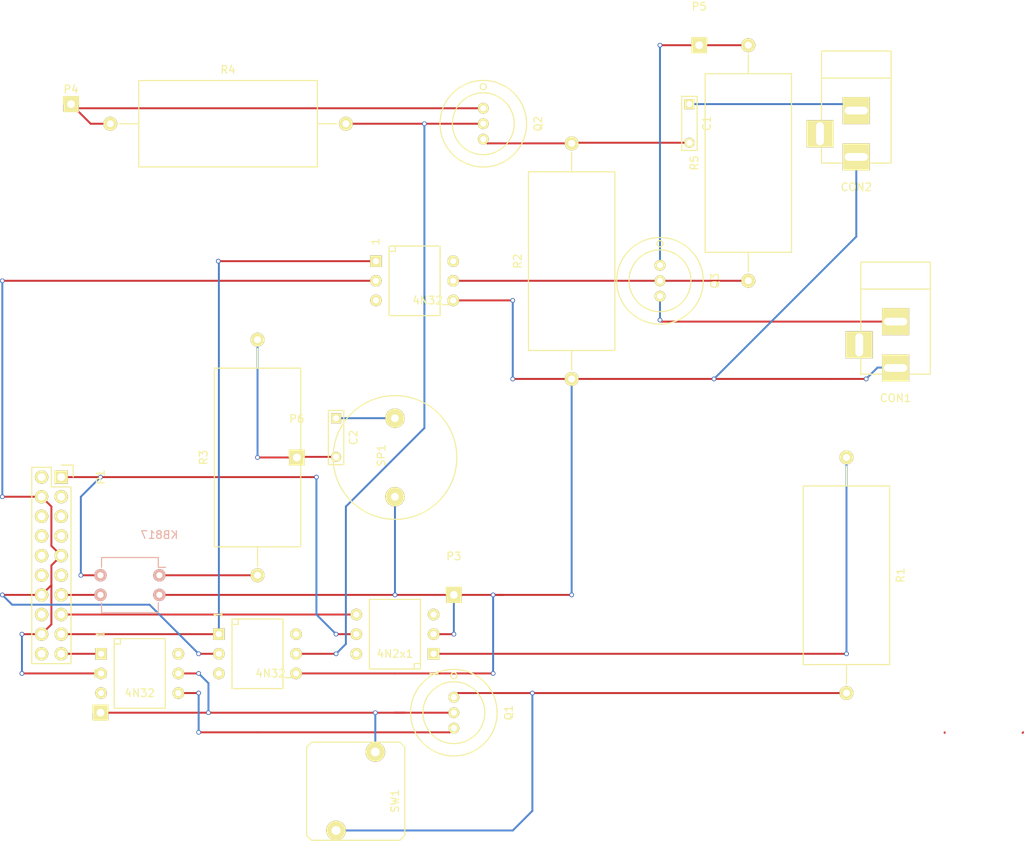
<source format=kicad_pcb>
(kicad_pcb (version 4) (host pcbnew 4.0.2+dfsg1-stable)

  (general
    (links 44)
    (no_connects 0)
    (area 0 0 0 0)
    (thickness 1.6)
    (drawings 0)
    (tracks 147)
    (zones 0)
    (modules 25)
    (nets 39)
  )

  (page A4)
  (layers
    (0 F.Cu signal)
    (31 B.Cu signal)
    (32 B.Adhes user hide)
    (33 F.Adhes user hide)
    (34 B.Paste user hide)
    (35 F.Paste user hide)
    (36 B.SilkS user)
    (37 F.SilkS user)
    (38 B.Mask user hide)
    (39 F.Mask user hide)
    (40 Dwgs.User user hide)
    (41 Cmts.User user hide)
    (42 Eco1.User user hide)
    (43 Eco2.User user hide)
    (44 Edge.Cuts user hide)
    (45 Margin user hide)
    (46 B.CrtYd user)
    (47 F.CrtYd user)
    (48 B.Fab user hide)
    (49 F.Fab user hide)
  )

  (setup
    (last_trace_width 0.25)
    (trace_clearance 0.2)
    (zone_clearance 0.508)
    (zone_45_only no)
    (trace_min 0.2)
    (segment_width 0.2)
    (edge_width 0.15)
    (via_size 0.6)
    (via_drill 0.4)
    (via_min_size 0.4)
    (via_min_drill 0.3)
    (uvia_size 0.3)
    (uvia_drill 0.1)
    (uvias_allowed no)
    (uvia_min_size 0.2)
    (uvia_min_drill 0.1)
    (pcb_text_width 0.3)
    (pcb_text_size 1.5 1.5)
    (mod_edge_width 0.15)
    (mod_text_size 1 1)
    (mod_text_width 0.15)
    (pad_size 1.524 1.524)
    (pad_drill 0.762)
    (pad_to_mask_clearance 0.2)
    (aux_axis_origin 0 0)
    (visible_elements FFFFFE6B)
    (pcbplotparams
      (layerselection 0x00030_80000001)
      (usegerberextensions false)
      (excludeedgelayer true)
      (linewidth 0.100000)
      (plotframeref false)
      (viasonmask false)
      (mode 1)
      (useauxorigin false)
      (hpglpennumber 1)
      (hpglpenspeed 20)
      (hpglpendiameter 15)
      (hpglpenoverlay 2)
      (psnegative false)
      (psa4output false)
      (plotreference true)
      (plotvalue true)
      (plotinvisibletext false)
      (padsonsilk false)
      (subtractmaskfromsilk false)
      (outputformat 1)
      (mirror false)
      (drillshape 1)
      (scaleselection 1)
      (outputdirectory ""))
  )

  (net 0 "")
  (net 1 "Net-(C1-Pad1)")
  (net 2 "Net-(C2-Pad1)")
  (net 3 "Net-(C2-Pad2)")
  (net 4 "Net-(P1-Pad2)")
  (net 5 "Net-(P1-Pad3)")
  (net 6 "Net-(P1-Pad5)")
  (net 7 "Net-(P1-Pad7)")
  (net 8 "Net-(P1-Pad8)")
  (net 9 "Net-(P1-Pad10)")
  (net 10 "Net-(P1-Pad11)")
  (net 11 "Net-(P1-Pad12)")
  (net 12 "Net-(P1-Pad16)")
  (net 13 +3V3)
  (net 14 GND)
  (net 15 OpenDoor)
  (net 16 DetectOpen)
  (net 17 DetectRing)
  (net 18 ActivateMic)
  (net 19 "Net-(CON1-Pad3)")
  (net 20 "Net-(CON2-Pad3)")
  (net 21 "Net-(P1-Pad6)")
  (net 22 "Net-(P1-Pad20)")
  (net 23 /23,5V)
  (net 24 /12V)
  (net 25 /11V)
  (net 26 "Net-(4N2x1-Pad1)")
  (net 27 "Net-(4N2x1-Pad6)")
  (net 28 "Net-(4N32-Pad4)")
  (net 29 "Net-(4N32-Pad6)")
  (net 30 "Net-(4N32_2-Pad6)")
  (net 31 "Net-(4N32_3-Pad6)")
  (net 32 "Net-(KB817-Pad1)")
  (net 33 "Net-(Q1-Pad1)")
  (net 34 Earth)
  (net 35 "Net-(4N32_2-Pad5)")
  (net 36 "Net-(4N32_3-Pad5)")
  (net 37 "Net-(C1-Pad2)")
  (net 38 "Net-(CON1-Pad2)")

  (net_class Default "This is the default net class."
    (clearance 0.2)
    (trace_width 0.25)
    (via_dia 0.6)
    (via_drill 0.4)
    (uvia_dia 0.3)
    (uvia_drill 0.1)
    (add_net +3V3)
    (add_net /11V)
    (add_net /12V)
    (add_net /23,5V)
    (add_net ActivateMic)
    (add_net DetectOpen)
    (add_net DetectRing)
    (add_net Earth)
    (add_net GND)
    (add_net "Net-(4N2x1-Pad1)")
    (add_net "Net-(4N2x1-Pad6)")
    (add_net "Net-(4N32-Pad4)")
    (add_net "Net-(4N32-Pad6)")
    (add_net "Net-(4N32_2-Pad5)")
    (add_net "Net-(4N32_2-Pad6)")
    (add_net "Net-(4N32_3-Pad5)")
    (add_net "Net-(4N32_3-Pad6)")
    (add_net "Net-(C1-Pad1)")
    (add_net "Net-(C1-Pad2)")
    (add_net "Net-(C2-Pad1)")
    (add_net "Net-(C2-Pad2)")
    (add_net "Net-(CON1-Pad2)")
    (add_net "Net-(CON1-Pad3)")
    (add_net "Net-(CON2-Pad3)")
    (add_net "Net-(KB817-Pad1)")
    (add_net "Net-(P1-Pad10)")
    (add_net "Net-(P1-Pad11)")
    (add_net "Net-(P1-Pad12)")
    (add_net "Net-(P1-Pad16)")
    (add_net "Net-(P1-Pad2)")
    (add_net "Net-(P1-Pad20)")
    (add_net "Net-(P1-Pad3)")
    (add_net "Net-(P1-Pad5)")
    (add_net "Net-(P1-Pad6)")
    (add_net "Net-(P1-Pad7)")
    (add_net "Net-(P1-Pad8)")
    (add_net "Net-(Q1-Pad1)")
    (add_net OpenDoor)
  )

  (module Connect:BARREL_JACK (layer F.Cu) (tedit 0) (tstamp 5925CBA0)
    (at 168.91 66.04 270)
    (descr "DC Barrel Jack")
    (tags "Power Jack")
    (path /59261039)
    (fp_text reference CON1 (at 10.09904 0 360) (layer F.SilkS)
      (effects (font (size 1 1) (thickness 0.15)))
    )
    (fp_text value "Sound Out" (at 0 -5.99948 270) (layer F.Fab)
      (effects (font (size 1 1) (thickness 0.15)))
    )
    (fp_line (start -4.0005 -4.50088) (end -4.0005 4.50088) (layer F.SilkS) (width 0.15))
    (fp_line (start -7.50062 -4.50088) (end -7.50062 4.50088) (layer F.SilkS) (width 0.15))
    (fp_line (start -7.50062 4.50088) (end 7.00024 4.50088) (layer F.SilkS) (width 0.15))
    (fp_line (start 7.00024 4.50088) (end 7.00024 -4.50088) (layer F.SilkS) (width 0.15))
    (fp_line (start 7.00024 -4.50088) (end -7.50062 -4.50088) (layer F.SilkS) (width 0.15))
    (pad 1 thru_hole rect (at 6.20014 0 270) (size 3.50012 3.50012) (drill oval 1.00076 2.99974) (layers *.Cu *.Mask F.SilkS)
      (net 34 Earth))
    (pad 2 thru_hole rect (at 0.20066 0 270) (size 3.50012 3.50012) (drill oval 1.00076 2.99974) (layers *.Cu *.Mask F.SilkS)
      (net 38 "Net-(CON1-Pad2)"))
    (pad 3 thru_hole rect (at 3.2004 4.699 270) (size 3.50012 3.50012) (drill oval 2.99974 1.00076) (layers *.Cu *.Mask F.SilkS)
      (net 19 "Net-(CON1-Pad3)"))
  )

  (module Capacitors_ThroughHole:C_Rect_L7_W2_P5 (layer F.Cu) (tedit 0) (tstamp 592342AC)
    (at 142.24 38.1 270)
    (descr "Film Capacitor Length 7 x Width 2mm, Pitch 5mm")
    (tags Capacitor)
    (path /59219E56)
    (fp_text reference C1 (at 2.5 -2.25 270) (layer F.SilkS)
      (effects (font (size 1 1) (thickness 0.15)))
    )
    (fp_text value 10uF (at 2.5 2.5 270) (layer F.Fab)
      (effects (font (size 1 1) (thickness 0.15)))
    )
    (fp_line (start -1.25 -1.25) (end 6.25 -1.25) (layer F.CrtYd) (width 0.05))
    (fp_line (start 6.25 -1.25) (end 6.25 1.25) (layer F.CrtYd) (width 0.05))
    (fp_line (start 6.25 1.25) (end -1.25 1.25) (layer F.CrtYd) (width 0.05))
    (fp_line (start -1.25 1.25) (end -1.25 -1.25) (layer F.CrtYd) (width 0.05))
    (fp_line (start -1 -1) (end 6 -1) (layer F.SilkS) (width 0.15))
    (fp_line (start 6 -1) (end 6 1) (layer F.SilkS) (width 0.15))
    (fp_line (start 6 1) (end -1 1) (layer F.SilkS) (width 0.15))
    (fp_line (start -1 1) (end -1 -1) (layer F.SilkS) (width 0.15))
    (pad 1 thru_hole rect (at 0 0 270) (size 1.3 1.3) (drill 0.8) (layers *.Cu *.Mask F.SilkS)
      (net 1 "Net-(C1-Pad1)"))
    (pad 2 thru_hole circle (at 5 0 270) (size 1.3 1.3) (drill 0.8) (layers *.Cu *.Mask F.SilkS)
      (net 37 "Net-(C1-Pad2)"))
    (model Capacitors_ThroughHole.3dshapes/C_Rect_L7_W2_P5.wrl
      (at (xyz 0.098425 0 0))
      (scale (xyz 1 1 1))
      (rotate (xyz 0 0 0))
    )
  )

  (module Capacitors_ThroughHole:C_Rect_L7_W2_P5 (layer F.Cu) (tedit 5953E17E) (tstamp 592342BA)
    (at 96.52 78.74 270)
    (descr "Film Capacitor Length 7 x Width 2mm, Pitch 5mm")
    (tags Capacitor)
    (path /59219D83)
    (fp_text reference C2 (at 2.5 -2.25 270) (layer F.SilkS)
      (effects (font (size 1 1) (thickness 0.15)))
    )
    (fp_text value 10uF (at -3.175 0 270) (layer F.Fab)
      (effects (font (size 1 1) (thickness 0.15)))
    )
    (fp_line (start -1.25 -1.25) (end 6.25 -1.25) (layer F.CrtYd) (width 0.05))
    (fp_line (start 6.25 -1.25) (end 6.25 1.25) (layer F.CrtYd) (width 0.05))
    (fp_line (start 6.25 1.25) (end -1.25 1.25) (layer F.CrtYd) (width 0.05))
    (fp_line (start -1.25 1.25) (end -1.25 -1.25) (layer F.CrtYd) (width 0.05))
    (fp_line (start -1 -1) (end 6 -1) (layer F.SilkS) (width 0.15))
    (fp_line (start 6 -1) (end 6 1) (layer F.SilkS) (width 0.15))
    (fp_line (start 6 1) (end -1 1) (layer F.SilkS) (width 0.15))
    (fp_line (start -1 1) (end -1 -1) (layer F.SilkS) (width 0.15))
    (pad 1 thru_hole rect (at 0 0 270) (size 1.3 1.3) (drill 0.8) (layers *.Cu *.Mask F.SilkS)
      (net 2 "Net-(C2-Pad1)"))
    (pad 2 thru_hole circle (at 5 0 270) (size 1.3 1.3) (drill 0.8) (layers *.Cu *.Mask F.SilkS)
      (net 3 "Net-(C2-Pad2)"))
    (model Capacitors_ThroughHole.3dshapes/C_Rect_L7_W2_P5.wrl
      (at (xyz 0.098425 0 0))
      (scale (xyz 1 1 1))
      (rotate (xyz 0 0 0))
    )
  )

  (module Resistors_ThroughHole:Resistor_Ceramic_Horizontal_L23mm-W9mm-H9mm-p30mm (layer F.Cu) (tedit 53FEE2D6) (tstamp 59234302)
    (at 162.56 99.06 270)
    (descr "Resistor, Ceramic, Horizontal")
    (tags "Resistor, Ceramic, Horizontal")
    (path /59219D16)
    (fp_text reference R1 (at 0 -6.985 270) (layer F.SilkS)
      (effects (font (size 1 1) (thickness 0.15)))
    )
    (fp_text value 263 (at -0.635 7.62 270) (layer F.Fab)
      (effects (font (size 1 1) (thickness 0.15)))
    )
    (fp_line (start -11.557 4.572) (end -11.557 5.588) (layer F.SilkS) (width 0.15))
    (fp_line (start -11.557 5.588) (end 11.557 5.588) (layer F.SilkS) (width 0.15))
    (fp_line (start 11.557 5.588) (end 11.557 4.572) (layer F.SilkS) (width 0.15))
    (fp_line (start -11.557 -4.572) (end -11.557 -5.588) (layer F.SilkS) (width 0.15))
    (fp_line (start -11.557 -5.588) (end 11.557 -5.588) (layer F.SilkS) (width 0.15))
    (fp_line (start 11.557 -5.588) (end 11.557 -4.572) (layer F.SilkS) (width 0.15))
    (fp_line (start 11.557 0) (end 14.097 0) (layer F.SilkS) (width 0.15))
    (fp_line (start -11.557 0) (end -14.097 0) (layer F.SilkS) (width 0.15))
    (fp_line (start -11.557 -4.572) (end -11.557 4.572) (layer F.SilkS) (width 0.15))
    (fp_line (start 11.557 4.572) (end 11.557 -4.572) (layer F.SilkS) (width 0.15))
    (pad 1 thru_hole circle (at -15.24 0 90) (size 1.8 1.8) (drill 0.9) (layers *.Cu *.Mask F.SilkS)
      (net 26 "Net-(4N2x1-Pad1)"))
    (pad 2 thru_hole circle (at 15.24 0 90) (size 1.8 1.8) (drill 0.9) (layers *.Cu *.Mask F.SilkS)
      (net 33 "Net-(Q1-Pad1)"))
    (model Resistors_ThroughHole.3dshapes/Resistor_Ceramic_Horizontal_L23mm-W9mm-H9mm-p30mm.wrl
      (at (xyz 0 0 0))
      (scale (xyz 4 4 4))
      (rotate (xyz 0 0 0))
    )
  )

  (module Resistors_ThroughHole:Resistor_Ceramic_Horizontal_L23mm-W9mm-H9mm-p30mm (layer F.Cu) (tedit 53FEE2D6) (tstamp 59234312)
    (at 127 58.42 90)
    (descr "Resistor, Ceramic, Horizontal")
    (tags "Resistor, Ceramic, Horizontal")
    (path /59219C7A)
    (fp_text reference R2 (at 0 -6.985 90) (layer F.SilkS)
      (effects (font (size 1 1) (thickness 0.15)))
    )
    (fp_text value 56 (at -0.635 7.62 90) (layer F.Fab)
      (effects (font (size 1 1) (thickness 0.15)))
    )
    (fp_line (start -11.557 4.572) (end -11.557 5.588) (layer F.SilkS) (width 0.15))
    (fp_line (start -11.557 5.588) (end 11.557 5.588) (layer F.SilkS) (width 0.15))
    (fp_line (start 11.557 5.588) (end 11.557 4.572) (layer F.SilkS) (width 0.15))
    (fp_line (start -11.557 -4.572) (end -11.557 -5.588) (layer F.SilkS) (width 0.15))
    (fp_line (start -11.557 -5.588) (end 11.557 -5.588) (layer F.SilkS) (width 0.15))
    (fp_line (start 11.557 -5.588) (end 11.557 -4.572) (layer F.SilkS) (width 0.15))
    (fp_line (start 11.557 0) (end 14.097 0) (layer F.SilkS) (width 0.15))
    (fp_line (start -11.557 0) (end -14.097 0) (layer F.SilkS) (width 0.15))
    (fp_line (start -11.557 -4.572) (end -11.557 4.572) (layer F.SilkS) (width 0.15))
    (fp_line (start 11.557 4.572) (end 11.557 -4.572) (layer F.SilkS) (width 0.15))
    (pad 1 thru_hole circle (at -15.24 0 270) (size 1.8 1.8) (drill 0.9) (layers *.Cu *.Mask F.SilkS)
      (net 34 Earth))
    (pad 2 thru_hole circle (at 15.24 0 270) (size 1.8 1.8) (drill 0.9) (layers *.Cu *.Mask F.SilkS)
      (net 37 "Net-(C1-Pad2)"))
    (model Resistors_ThroughHole.3dshapes/Resistor_Ceramic_Horizontal_L23mm-W9mm-H9mm-p30mm.wrl
      (at (xyz 0 0 0))
      (scale (xyz 4 4 4))
      (rotate (xyz 0 0 0))
    )
  )

  (module Resistors_ThroughHole:Resistor_Ceramic_Horizontal_L23mm-W9mm-H9mm-p30mm (layer F.Cu) (tedit 5953E181) (tstamp 59234322)
    (at 86.36 83.82 90)
    (descr "Resistor, Ceramic, Horizontal")
    (tags "Resistor, Ceramic, Horizontal")
    (path /59219A15)
    (fp_text reference R3 (at 0 -6.985 90) (layer F.SilkS)
      (effects (font (size 1 1) (thickness 0.15)))
    )
    (fp_text value 56 (at -4.445 4.445 90) (layer F.Fab)
      (effects (font (size 1 1) (thickness 0.15)))
    )
    (fp_line (start -11.557 4.572) (end -11.557 5.588) (layer F.SilkS) (width 0.15))
    (fp_line (start -11.557 5.588) (end 11.557 5.588) (layer F.SilkS) (width 0.15))
    (fp_line (start 11.557 5.588) (end 11.557 4.572) (layer F.SilkS) (width 0.15))
    (fp_line (start -11.557 -4.572) (end -11.557 -5.588) (layer F.SilkS) (width 0.15))
    (fp_line (start -11.557 -5.588) (end 11.557 -5.588) (layer F.SilkS) (width 0.15))
    (fp_line (start 11.557 -5.588) (end 11.557 -4.572) (layer F.SilkS) (width 0.15))
    (fp_line (start 11.557 0) (end 14.097 0) (layer F.SilkS) (width 0.15))
    (fp_line (start -11.557 0) (end -14.097 0) (layer F.SilkS) (width 0.15))
    (fp_line (start -11.557 -4.572) (end -11.557 4.572) (layer F.SilkS) (width 0.15))
    (fp_line (start 11.557 4.572) (end 11.557 -4.572) (layer F.SilkS) (width 0.15))
    (pad 1 thru_hole circle (at -15.24 0 270) (size 1.8 1.8) (drill 0.9) (layers *.Cu *.Mask F.SilkS)
      (net 32 "Net-(KB817-Pad1)"))
    (pad 2 thru_hole circle (at 15.24 0 270) (size 1.8 1.8) (drill 0.9) (layers *.Cu *.Mask F.SilkS)
      (net 3 "Net-(C2-Pad2)"))
    (model Resistors_ThroughHole.3dshapes/Resistor_Ceramic_Horizontal_L23mm-W9mm-H9mm-p30mm.wrl
      (at (xyz 0 0 0))
      (scale (xyz 4 4 4))
      (rotate (xyz 0 0 0))
    )
  )

  (module Connect:BARREL_JACK (layer F.Cu) (tedit 0) (tstamp 5925CBA7)
    (at 163.83 38.735 270)
    (descr "DC Barrel Jack")
    (tags "Power Jack")
    (path /5926113D)
    (fp_text reference CON2 (at 10.09904 0 360) (layer F.SilkS)
      (effects (font (size 1 1) (thickness 0.15)))
    )
    (fp_text value "Speach In" (at 0 -5.99948 270) (layer F.Fab)
      (effects (font (size 1 1) (thickness 0.15)))
    )
    (fp_line (start -4.0005 -4.50088) (end -4.0005 4.50088) (layer F.SilkS) (width 0.15))
    (fp_line (start -7.50062 -4.50088) (end -7.50062 4.50088) (layer F.SilkS) (width 0.15))
    (fp_line (start -7.50062 4.50088) (end 7.00024 4.50088) (layer F.SilkS) (width 0.15))
    (fp_line (start 7.00024 4.50088) (end 7.00024 -4.50088) (layer F.SilkS) (width 0.15))
    (fp_line (start 7.00024 -4.50088) (end -7.50062 -4.50088) (layer F.SilkS) (width 0.15))
    (pad 1 thru_hole rect (at 6.20014 0 270) (size 3.50012 3.50012) (drill oval 1.00076 2.99974) (layers *.Cu *.Mask F.SilkS)
      (net 34 Earth))
    (pad 2 thru_hole rect (at 0.20066 0 270) (size 3.50012 3.50012) (drill oval 1.00076 2.99974) (layers *.Cu *.Mask F.SilkS)
      (net 1 "Net-(C1-Pad1)"))
    (pad 3 thru_hole rect (at 3.2004 4.699 270) (size 3.50012 3.50012) (drill oval 2.99974 1.00076) (layers *.Cu *.Mask F.SilkS)
      (net 20 "Net-(CON2-Pad3)"))
  )

  (module Pin_Headers:Pin_Header_Straight_1x01 (layer F.Cu) (tedit 54EA08DC) (tstamp 5925CBAC)
    (at 66.04 116.84)
    (descr "Through hole pin header")
    (tags "pin header")
    (path /5925BCD1)
    (fp_text reference P2 (at 0 -5) (layer F.SilkS)
      (effects (font (size 1 1) (thickness 0.15)))
    )
    (fp_text value Blau (at 0 -3) (layer F.Fab)
      (effects (font (size 1 1) (thickness 0.15)))
    )
    (fp_line (start 1 -1) (end 1 0) (layer F.SilkS) (width 0))
    (fp_line (start -1 -1) (end -1 1) (layer F.CrtYd) (width 0))
    (fp_line (start 1 -1) (end 1 1) (layer F.CrtYd) (width 0))
    (fp_line (start -1 -1) (end 1 -1) (layer F.CrtYd) (width 0))
    (fp_line (start -1 1) (end 1 1) (layer F.CrtYd) (width 0))
    (fp_line (start -1 0) (end -1 -1) (layer F.SilkS) (width 0))
    (fp_line (start -1 -1) (end 1 -1) (layer F.SilkS) (width 0))
    (fp_line (start -1 1) (end 1 1) (layer F.SilkS) (width 0))
    (pad 1 thru_hole rect (at 0 0) (size 2 2) (drill 1) (layers *.Cu *.Mask F.SilkS)
      (net 23 /23,5V))
    (model Pin_Headers.3dshapes/Pin_Header_Straight_1x01.wrl
      (at (xyz 0 0 0))
      (scale (xyz 1 1 1))
      (rotate (xyz 0 0 90))
    )
  )

  (module Pin_Headers:Pin_Header_Straight_1x01 (layer F.Cu) (tedit 54EA08DC) (tstamp 5925CBB1)
    (at 111.76 101.6)
    (descr "Through hole pin header")
    (tags "pin header")
    (path /5925C0D2)
    (fp_text reference P3 (at 0 -5) (layer F.SilkS)
      (effects (font (size 1 1) (thickness 0.15)))
    )
    (fp_text value Braun (at 0 -3) (layer F.Fab)
      (effects (font (size 1 1) (thickness 0.15)))
    )
    (fp_line (start 1 -1) (end 1 0) (layer F.SilkS) (width 0))
    (fp_line (start -1 -1) (end -1 1) (layer F.CrtYd) (width 0))
    (fp_line (start 1 -1) (end 1 1) (layer F.CrtYd) (width 0))
    (fp_line (start -1 -1) (end 1 -1) (layer F.CrtYd) (width 0))
    (fp_line (start -1 1) (end 1 1) (layer F.CrtYd) (width 0))
    (fp_line (start -1 0) (end -1 -1) (layer F.SilkS) (width 0))
    (fp_line (start -1 -1) (end 1 -1) (layer F.SilkS) (width 0))
    (fp_line (start -1 1) (end 1 1) (layer F.SilkS) (width 0))
    (pad 1 thru_hole rect (at 0 0) (size 2 2) (drill 1) (layers *.Cu *.Mask F.SilkS)
      (net 34 Earth))
    (model Pin_Headers.3dshapes/Pin_Header_Straight_1x01.wrl
      (at (xyz 0 0 0))
      (scale (xyz 1 1 1))
      (rotate (xyz 0 0 90))
    )
  )

  (module Pin_Headers:Pin_Header_Straight_1x01 (layer F.Cu) (tedit 5953F39C) (tstamp 5925CBB6)
    (at 62.23 38.1)
    (descr "Through hole pin header")
    (tags "pin header")
    (path /5925C119)
    (fp_text reference P4 (at 0 -1.905) (layer F.SilkS)
      (effects (font (size 1 1) (thickness 0.15)))
    )
    (fp_text value Weis (at -2.54 -2.54) (layer F.Fab)
      (effects (font (size 1 1) (thickness 0.15)))
    )
    (fp_line (start 1 -1) (end 1 0) (layer F.SilkS) (width 0))
    (fp_line (start -1 -1) (end -1 1) (layer F.CrtYd) (width 0))
    (fp_line (start 1 -1) (end 1 1) (layer F.CrtYd) (width 0))
    (fp_line (start -1 -1) (end 1 -1) (layer F.CrtYd) (width 0))
    (fp_line (start -1 1) (end 1 1) (layer F.CrtYd) (width 0))
    (fp_line (start -1 0) (end -1 -1) (layer F.SilkS) (width 0))
    (fp_line (start -1 -1) (end 1 -1) (layer F.SilkS) (width 0))
    (fp_line (start -1 1) (end 1 1) (layer F.SilkS) (width 0))
    (pad 1 thru_hole rect (at 0 0) (size 2 2) (drill 1) (layers *.Cu *.Mask F.SilkS)
      (net 24 /12V))
    (model Pin_Headers.3dshapes/Pin_Header_Straight_1x01.wrl
      (at (xyz 0 0 0))
      (scale (xyz 1 1 1))
      (rotate (xyz 0 0 90))
    )
  )

  (module Pin_Headers:Pin_Header_Straight_1x01 (layer F.Cu) (tedit 54EA08DC) (tstamp 5925CBBB)
    (at 143.51 30.48)
    (descr "Through hole pin header")
    (tags "pin header")
    (path /5925C1A5)
    (fp_text reference P5 (at 0 -5) (layer F.SilkS)
      (effects (font (size 1 1) (thickness 0.15)))
    )
    (fp_text value Rot (at 0 -3) (layer F.Fab)
      (effects (font (size 1 1) (thickness 0.15)))
    )
    (fp_line (start 1 -1) (end 1 0) (layer F.SilkS) (width 0))
    (fp_line (start -1 -1) (end -1 1) (layer F.CrtYd) (width 0))
    (fp_line (start 1 -1) (end 1 1) (layer F.CrtYd) (width 0))
    (fp_line (start -1 -1) (end 1 -1) (layer F.CrtYd) (width 0))
    (fp_line (start -1 1) (end 1 1) (layer F.CrtYd) (width 0))
    (fp_line (start -1 0) (end -1 -1) (layer F.SilkS) (width 0))
    (fp_line (start -1 -1) (end 1 -1) (layer F.SilkS) (width 0))
    (fp_line (start -1 1) (end 1 1) (layer F.SilkS) (width 0))
    (pad 1 thru_hole rect (at 0 0) (size 2 2) (drill 1) (layers *.Cu *.Mask F.SilkS)
      (net 25 /11V))
    (model Pin_Headers.3dshapes/Pin_Header_Straight_1x01.wrl
      (at (xyz 0 0 0))
      (scale (xyz 1 1 1))
      (rotate (xyz 0 0 90))
    )
  )

  (module Pin_Headers:Pin_Header_Straight_1x01 (layer F.Cu) (tedit 59271B5C) (tstamp 5925CBC0)
    (at 91.44 83.82)
    (descr "Through hole pin header")
    (tags "pin header")
    (path /5925C14C)
    (fp_text reference P6 (at 0 -5) (layer F.SilkS)
      (effects (font (size 1 1) (thickness 0.15)))
    )
    (fp_text value Orange (at 0 -2.54) (layer F.Fab)
      (effects (font (size 1 1) (thickness 0.15)))
    )
    (fp_line (start 1 -1) (end 1 0) (layer F.SilkS) (width 0))
    (fp_line (start -1 -1) (end -1 1) (layer F.CrtYd) (width 0))
    (fp_line (start 1 -1) (end 1 1) (layer F.CrtYd) (width 0))
    (fp_line (start -1 -1) (end 1 -1) (layer F.CrtYd) (width 0))
    (fp_line (start -1 1) (end 1 1) (layer F.CrtYd) (width 0))
    (fp_line (start -1 0) (end -1 -1) (layer F.SilkS) (width 0))
    (fp_line (start -1 -1) (end 1 -1) (layer F.SilkS) (width 0))
    (fp_line (start -1 1) (end 1 1) (layer F.SilkS) (width 0))
    (pad 1 thru_hole rect (at 0 0) (size 2 2) (drill 1) (layers *.Cu *.Mask F.SilkS)
      (net 3 "Net-(C2-Pad2)"))
    (model Pin_Headers.3dshapes/Pin_Header_Straight_1x01.wrl
      (at (xyz 0 0 0))
      (scale (xyz 1 1 1))
      (rotate (xyz 0 0 90))
    )
  )

  (module Buzzers_Beepers:BUZZER (layer F.Cu) (tedit 0) (tstamp 5925CBC6)
    (at 104.14 83.82 90)
    (path /5925FBF7)
    (fp_text reference SP1 (at 0.24892 -1.75006 90) (layer F.SilkS)
      (effects (font (size 1 1) (thickness 0.15)))
    )
    (fp_text value SPEAKER (at 0 1.50114 90) (layer F.Fab)
      (effects (font (size 1 1) (thickness 0.15)))
    )
    (fp_circle (center 0 0) (end 8.001 0.24892) (layer F.SilkS) (width 0.15))
    (pad 2 thru_hole circle (at 5.08 0 90) (size 2.49936 2.49936) (drill 1.00076) (layers *.Cu *.Mask F.SilkS)
      (net 2 "Net-(C2-Pad1)"))
    (pad 1 thru_hole circle (at -5.08 0 90) (size 2.49936 2.49936) (drill 1.00076) (layers *.Cu *.Mask F.SilkS)
      (net 34 Earth))
  )

  (module Buttons_Switches_ThroughHole:SW_PUSH (layer F.Cu) (tedit 0) (tstamp 5925CBCC)
    (at 99.06 127 270)
    (descr "Bouton poussoir")
    (tags "SWITCH DEV")
    (path /5925CF4F)
    (fp_text reference SW1 (at 1.27 -5.08 270) (layer F.SilkS)
      (effects (font (size 1 1) (thickness 0.15)))
    )
    (fp_text value SW_PUSH (at 0 0 270) (layer F.Fab)
      (effects (font (size 1 1) (thickness 0.15)))
    )
    (fp_line (start 6.35 -5.715) (end 6.35 5.715) (layer F.SilkS) (width 0.15))
    (fp_line (start 6.35 5.715) (end 5.715 6.35) (layer F.SilkS) (width 0.15))
    (fp_line (start 5.715 6.35) (end -5.715 6.35) (layer F.SilkS) (width 0.15))
    (fp_line (start -5.715 6.35) (end -6.35 5.715) (layer F.SilkS) (width 0.15))
    (fp_line (start -6.35 5.715) (end -6.35 -5.715) (layer F.SilkS) (width 0.15))
    (fp_line (start -5.715 -6.35) (end 5.715 -6.35) (layer F.SilkS) (width 0.15))
    (fp_line (start 5.715 -6.35) (end 6.35 -5.715) (layer F.SilkS) (width 0.15))
    (fp_line (start -6.35 -5.715) (end -5.715 -6.35) (layer F.SilkS) (width 0.15))
    (pad 1 thru_hole circle (at -5.08 -2.54 270) (size 2.54 2.54) (drill 1.143) (layers *.Cu *.Mask F.SilkS)
      (net 23 /23,5V))
    (pad 2 thru_hole circle (at 5.08 2.54 270) (size 2.54 2.54) (drill 1.143) (layers *.Cu *.Mask F.SilkS)
      (net 33 "Net-(Q1-Pad1)"))
    (model Buttons_Switches_ThroughHole.3dshapes/SW_PUSH.wrl
      (at (xyz 0 0 0))
      (scale (xyz 1 1 1))
      (rotate (xyz 0 0 0))
    )
  )

  (module Socket_Strips:Socket_Strip_Straight_2x10 (layer F.Cu) (tedit 0) (tstamp 59271297)
    (at 60.96 86.36 270)
    (descr "Through hole socket strip")
    (tags "socket strip")
    (path /59270FB7)
    (fp_text reference P1 (at 0 -5.1 270) (layer F.SilkS)
      (effects (font (size 1 1) (thickness 0.15)))
    )
    (fp_text value Rasp17_36 (at 0 -3.1 270) (layer F.Fab)
      (effects (font (size 1 1) (thickness 0.15)))
    )
    (fp_line (start -1.75 -1.75) (end -1.75 4.3) (layer F.CrtYd) (width 0.05))
    (fp_line (start 24.65 -1.75) (end 24.65 4.3) (layer F.CrtYd) (width 0.05))
    (fp_line (start -1.75 -1.75) (end 24.65 -1.75) (layer F.CrtYd) (width 0.05))
    (fp_line (start -1.75 4.3) (end 24.65 4.3) (layer F.CrtYd) (width 0.05))
    (fp_line (start 24.13 3.81) (end -1.27 3.81) (layer F.SilkS) (width 0.15))
    (fp_line (start 1.27 -1.27) (end 24.13 -1.27) (layer F.SilkS) (width 0.15))
    (fp_line (start 24.13 3.81) (end 24.13 -1.27) (layer F.SilkS) (width 0.15))
    (fp_line (start -1.27 3.81) (end -1.27 1.27) (layer F.SilkS) (width 0.15))
    (fp_line (start 0 -1.55) (end -1.55 -1.55) (layer F.SilkS) (width 0.15))
    (fp_line (start -1.27 1.27) (end 1.27 1.27) (layer F.SilkS) (width 0.15))
    (fp_line (start 1.27 1.27) (end 1.27 -1.27) (layer F.SilkS) (width 0.15))
    (fp_line (start -1.55 -1.55) (end -1.55 0) (layer F.SilkS) (width 0.15))
    (pad 1 thru_hole rect (at 0 0 270) (size 1.7272 1.7272) (drill 1.016) (layers *.Cu *.Mask F.SilkS)
      (net 13 +3V3))
    (pad 2 thru_hole oval (at 0 2.54 270) (size 1.7272 1.7272) (drill 1.016) (layers *.Cu *.Mask F.SilkS)
      (net 4 "Net-(P1-Pad2)"))
    (pad 3 thru_hole oval (at 2.54 0 270) (size 1.7272 1.7272) (drill 1.016) (layers *.Cu *.Mask F.SilkS)
      (net 5 "Net-(P1-Pad3)"))
    (pad 4 thru_hole oval (at 2.54 2.54 270) (size 1.7272 1.7272) (drill 1.016) (layers *.Cu *.Mask F.SilkS)
      (net 14 GND))
    (pad 5 thru_hole oval (at 5.08 0 270) (size 1.7272 1.7272) (drill 1.016) (layers *.Cu *.Mask F.SilkS)
      (net 6 "Net-(P1-Pad5)"))
    (pad 6 thru_hole oval (at 5.08 2.54 270) (size 1.7272 1.7272) (drill 1.016) (layers *.Cu *.Mask F.SilkS)
      (net 21 "Net-(P1-Pad6)"))
    (pad 7 thru_hole oval (at 7.62 0 270) (size 1.7272 1.7272) (drill 1.016) (layers *.Cu *.Mask F.SilkS)
      (net 7 "Net-(P1-Pad7)"))
    (pad 8 thru_hole oval (at 7.62 2.54 270) (size 1.7272 1.7272) (drill 1.016) (layers *.Cu *.Mask F.SilkS)
      (net 8 "Net-(P1-Pad8)"))
    (pad 9 thru_hole oval (at 10.16 0 270) (size 1.7272 1.7272) (drill 1.016) (layers *.Cu *.Mask F.SilkS)
      (net 14 GND))
    (pad 10 thru_hole oval (at 10.16 2.54 270) (size 1.7272 1.7272) (drill 1.016) (layers *.Cu *.Mask F.SilkS)
      (net 9 "Net-(P1-Pad10)"))
    (pad 11 thru_hole oval (at 12.7 0 270) (size 1.7272 1.7272) (drill 1.016) (layers *.Cu *.Mask F.SilkS)
      (net 10 "Net-(P1-Pad11)"))
    (pad 12 thru_hole oval (at 12.7 2.54 270) (size 1.7272 1.7272) (drill 1.016) (layers *.Cu *.Mask F.SilkS)
      (net 11 "Net-(P1-Pad12)"))
    (pad 13 thru_hole oval (at 15.24 0 270) (size 1.7272 1.7272) (drill 1.016) (layers *.Cu *.Mask F.SilkS)
      (net 17 DetectRing))
    (pad 14 thru_hole oval (at 15.24 2.54 270) (size 1.7272 1.7272) (drill 1.016) (layers *.Cu *.Mask F.SilkS)
      (net 14 GND))
    (pad 15 thru_hole oval (at 17.78 0 270) (size 1.7272 1.7272) (drill 1.016) (layers *.Cu *.Mask F.SilkS)
      (net 16 DetectOpen))
    (pad 16 thru_hole oval (at 17.78 2.54 270) (size 1.7272 1.7272) (drill 1.016) (layers *.Cu *.Mask F.SilkS)
      (net 12 "Net-(P1-Pad16)"))
    (pad 17 thru_hole oval (at 20.32 0 270) (size 1.7272 1.7272) (drill 1.016) (layers *.Cu *.Mask F.SilkS)
      (net 18 ActivateMic))
    (pad 18 thru_hole oval (at 20.32 2.54 270) (size 1.7272 1.7272) (drill 1.016) (layers *.Cu *.Mask F.SilkS)
      (net 14 GND))
    (pad 19 thru_hole oval (at 22.86 0 270) (size 1.7272 1.7272) (drill 1.016) (layers *.Cu *.Mask F.SilkS)
      (net 15 OpenDoor))
    (pad 20 thru_hole oval (at 22.86 2.54 270) (size 1.7272 1.7272) (drill 1.016) (layers *.Cu *.Mask F.SilkS)
      (net 22 "Net-(P1-Pad20)"))
    (model Socket_Strips.3dshapes/Socket_Strip_Straight_2x10.wrl
      (at (xyz 0.45 -0.05 0))
      (scale (xyz 1 1 1))
      (rotate (xyz 0 0 180))
    )
  )

  (module Opto-Devices:Optocoupler_6pin_wide_Stile-II (layer F.Cu) (tedit 5953F3A1) (tstamp 5953F38F)
    (at 104.14 106.68 90)
    (descr "Optocoupler, 6pin,  wide (10mm pin, 8mm Pad), like CNY17")
    (tags "Optocoupler 6pin 10mm 8mm CNY17")
    (path /5926CC0E)
    (fp_text reference 4N2x1 (at -2.54 0 180) (layer F.SilkS)
      (effects (font (size 1 1) (thickness 0.15)))
    )
    (fp_text value isOpen (at 0 0 90) (layer F.Fab)
      (effects (font (size 1 1) (thickness 0.15)))
    )
    (fp_text user 1 (at -5.08 5.08 90) (layer F.SilkS)
      (effects (font (size 1 1) (thickness 0.15)))
    )
    (fp_line (start -4.50088 2.49936) (end -3.79984 2.49936) (layer F.SilkS) (width 0.15))
    (fp_line (start -3.79984 2.49936) (end -3.79984 3.2004) (layer F.SilkS) (width 0.15))
    (fp_line (start -4.50088 -3.29946) (end 4.50088 -3.29946) (layer F.SilkS) (width 0.15))
    (fp_line (start 4.50088 -3.29946) (end 4.50088 3.29946) (layer F.SilkS) (width 0.15))
    (fp_line (start 4.50088 3.29946) (end -4.50088 3.29946) (layer F.SilkS) (width 0.15))
    (fp_line (start -4.50088 3.29946) (end -4.50088 -3.29946) (layer F.SilkS) (width 0.15))
    (pad 1 thru_hole rect (at -2.54 5.00126 90) (size 1.50114 1.50114) (drill 0.8001) (layers *.Cu *.Mask F.SilkS)
      (net 26 "Net-(4N2x1-Pad1)"))
    (pad 2 thru_hole circle (at 0 5.00126 90) (size 1.50114 1.50114) (drill 0.8001) (layers *.Cu *.Mask F.SilkS)
      (net 34 Earth))
    (pad 3 thru_hole circle (at 2.54 5.00126 90) (size 1.50114 1.50114) (drill 0.8001) (layers *.Cu *.Mask F.SilkS))
    (pad 4 thru_hole circle (at 2.54 -4.99872 90) (size 1.50114 1.50114) (drill 0.8001) (layers *.Cu *.Mask F.SilkS)
      (net 16 DetectOpen))
    (pad 5 thru_hole circle (at 0 -4.99872 90) (size 1.50114 1.50114) (drill 0.8001) (layers *.Cu *.Mask F.SilkS)
      (net 13 +3V3))
    (pad 6 thru_hole circle (at -2.54 -4.99872 90) (size 1.50114 1.50114) (drill 0.8001) (layers *.Cu *.Mask F.SilkS)
      (net 27 "Net-(4N2x1-Pad6)"))
  )

  (module Opto-Devices:Optocoupler_6pin_wide_Stile-II (layer F.Cu) (tedit 5953F390) (tstamp 5953F3A0)
    (at 71.12 111.76 270)
    (descr "Optocoupler, 6pin,  wide (10mm pin, 8mm Pad), like CNY17")
    (tags "Optocoupler 6pin 10mm 8mm CNY17")
    (path /5926BAE1)
    (fp_text reference 4N32 (at 2.54 0 360) (layer F.SilkS)
      (effects (font (size 1 1) (thickness 0.15)))
    )
    (fp_text value SWOpenDoor (at 0 2.54 270) (layer F.Fab)
      (effects (font (size 1 1) (thickness 0.15)))
    )
    (fp_text user 1 (at -5.08 5.08 270) (layer F.SilkS)
      (effects (font (size 1 1) (thickness 0.15)))
    )
    (fp_line (start -4.50088 2.49936) (end -3.79984 2.49936) (layer F.SilkS) (width 0.15))
    (fp_line (start -3.79984 2.49936) (end -3.79984 3.2004) (layer F.SilkS) (width 0.15))
    (fp_line (start -4.50088 -3.29946) (end 4.50088 -3.29946) (layer F.SilkS) (width 0.15))
    (fp_line (start 4.50088 -3.29946) (end 4.50088 3.29946) (layer F.SilkS) (width 0.15))
    (fp_line (start 4.50088 3.29946) (end -4.50088 3.29946) (layer F.SilkS) (width 0.15))
    (fp_line (start -4.50088 3.29946) (end -4.50088 -3.29946) (layer F.SilkS) (width 0.15))
    (pad 1 thru_hole rect (at -2.54 5.00126 270) (size 1.50114 1.50114) (drill 0.8001) (layers *.Cu *.Mask F.SilkS)
      (net 15 OpenDoor))
    (pad 2 thru_hole circle (at 0 5.00126 270) (size 1.50114 1.50114) (drill 0.8001) (layers *.Cu *.Mask F.SilkS)
      (net 14 GND))
    (pad 3 thru_hole circle (at 2.54 5.00126 270) (size 1.50114 1.50114) (drill 0.8001) (layers *.Cu *.Mask F.SilkS))
    (pad 4 thru_hole circle (at 2.54 -4.99872 270) (size 1.50114 1.50114) (drill 0.8001) (layers *.Cu *.Mask F.SilkS)
      (net 28 "Net-(4N32-Pad4)"))
    (pad 5 thru_hole circle (at 0 -4.99872 270) (size 1.50114 1.50114) (drill 0.8001) (layers *.Cu *.Mask F.SilkS)
      (net 23 /23,5V))
    (pad 6 thru_hole circle (at -2.54 -4.99872 270) (size 1.50114 1.50114) (drill 0.8001) (layers *.Cu *.Mask F.SilkS)
      (net 29 "Net-(4N32-Pad6)"))
  )

  (module Opto-Devices:Optocoupler_6pin_wide_Stile-II (layer F.Cu) (tedit 5953F3B8) (tstamp 5953F3B1)
    (at 106.68 60.96 270)
    (descr "Optocoupler, 6pin,  wide (10mm pin, 8mm Pad), like CNY17")
    (tags "Optocoupler 6pin 10mm 8mm CNY17")
    (path /5926CDE1)
    (fp_text reference 4N32_2 (at 2.54 -2.54 360) (layer F.SilkS)
      (effects (font (size 1 1) (thickness 0.15)))
    )
    (fp_text value SWRot (at 0 2.54 270) (layer F.Fab)
      (effects (font (size 1 1) (thickness 0.15)))
    )
    (fp_text user 1 (at -5.08 5.08 270) (layer F.SilkS)
      (effects (font (size 1 1) (thickness 0.15)))
    )
    (fp_line (start -4.50088 2.49936) (end -3.79984 2.49936) (layer F.SilkS) (width 0.15))
    (fp_line (start -3.79984 2.49936) (end -3.79984 3.2004) (layer F.SilkS) (width 0.15))
    (fp_line (start -4.50088 -3.29946) (end 4.50088 -3.29946) (layer F.SilkS) (width 0.15))
    (fp_line (start 4.50088 -3.29946) (end 4.50088 3.29946) (layer F.SilkS) (width 0.15))
    (fp_line (start 4.50088 3.29946) (end -4.50088 3.29946) (layer F.SilkS) (width 0.15))
    (fp_line (start -4.50088 3.29946) (end -4.50088 -3.29946) (layer F.SilkS) (width 0.15))
    (pad 1 thru_hole rect (at -2.54 5.00126 270) (size 1.50114 1.50114) (drill 0.8001) (layers *.Cu *.Mask F.SilkS)
      (net 18 ActivateMic))
    (pad 2 thru_hole circle (at 0 5.00126 270) (size 1.50114 1.50114) (drill 0.8001) (layers *.Cu *.Mask F.SilkS)
      (net 14 GND))
    (pad 3 thru_hole circle (at 2.54 5.00126 270) (size 1.50114 1.50114) (drill 0.8001) (layers *.Cu *.Mask F.SilkS))
    (pad 4 thru_hole circle (at 2.54 -4.99872 270) (size 1.50114 1.50114) (drill 0.8001) (layers *.Cu *.Mask F.SilkS)
      (net 34 Earth))
    (pad 5 thru_hole circle (at 0 -4.99872 270) (size 1.50114 1.50114) (drill 0.8001) (layers *.Cu *.Mask F.SilkS)
      (net 35 "Net-(4N32_2-Pad5)"))
    (pad 6 thru_hole circle (at -2.54 -4.99872 270) (size 1.50114 1.50114) (drill 0.8001) (layers *.Cu *.Mask F.SilkS)
      (net 30 "Net-(4N32_2-Pad6)"))
  )

  (module Opto-Devices:Optocoupler_6pin_wide_Stile-II (layer F.Cu) (tedit 5953F3A8) (tstamp 5953F3C2)
    (at 86.36 109.22 270)
    (descr "Optocoupler, 6pin,  wide (10mm pin, 8mm Pad), like CNY17")
    (tags "Optocoupler 6pin 10mm 8mm CNY17")
    (path /5926CC9E)
    (fp_text reference 4N32_3 (at 2.54 -2.54 360) (layer F.SilkS)
      (effects (font (size 1 1) (thickness 0.15)))
    )
    (fp_text value SWWeis (at 0 2.54 270) (layer F.Fab)
      (effects (font (size 1 1) (thickness 0.15)))
    )
    (fp_text user 1 (at -5.08 5.08 270) (layer F.SilkS)
      (effects (font (size 1 1) (thickness 0.15)))
    )
    (fp_line (start -4.50088 2.49936) (end -3.79984 2.49936) (layer F.SilkS) (width 0.15))
    (fp_line (start -3.79984 2.49936) (end -3.79984 3.2004) (layer F.SilkS) (width 0.15))
    (fp_line (start -4.50088 -3.29946) (end 4.50088 -3.29946) (layer F.SilkS) (width 0.15))
    (fp_line (start 4.50088 -3.29946) (end 4.50088 3.29946) (layer F.SilkS) (width 0.15))
    (fp_line (start 4.50088 3.29946) (end -4.50088 3.29946) (layer F.SilkS) (width 0.15))
    (fp_line (start -4.50088 3.29946) (end -4.50088 -3.29946) (layer F.SilkS) (width 0.15))
    (pad 1 thru_hole rect (at -2.54 5.00126 270) (size 1.50114 1.50114) (drill 0.8001) (layers *.Cu *.Mask F.SilkS)
      (net 18 ActivateMic))
    (pad 2 thru_hole circle (at 0 5.00126 270) (size 1.50114 1.50114) (drill 0.8001) (layers *.Cu *.Mask F.SilkS)
      (net 14 GND))
    (pad 3 thru_hole circle (at 2.54 5.00126 270) (size 1.50114 1.50114) (drill 0.8001) (layers *.Cu *.Mask F.SilkS))
    (pad 4 thru_hole circle (at 2.54 -4.99872 270) (size 1.50114 1.50114) (drill 0.8001) (layers *.Cu *.Mask F.SilkS)
      (net 34 Earth))
    (pad 5 thru_hole circle (at 0 -4.99872 270) (size 1.50114 1.50114) (drill 0.8001) (layers *.Cu *.Mask F.SilkS)
      (net 36 "Net-(4N32_3-Pad5)"))
    (pad 6 thru_hole circle (at -2.54 -4.99872 270) (size 1.50114 1.50114) (drill 0.8001) (layers *.Cu *.Mask F.SilkS)
      (net 31 "Net-(4N32_3-Pad6)"))
  )

  (module Housings_DIP:DIP-4_W7.62mm (layer B.Cu) (tedit 54130A77) (tstamp 5953F3D5)
    (at 73.66 99.06 180)
    (descr "4-lead dip package, row spacing 7.62 mm (300 mils)")
    (tags "dil dip 2.54 300")
    (path /5925C29D)
    (fp_text reference KB817 (at 0 5.22 180) (layer B.SilkS)
      (effects (font (size 1 1) (thickness 0.15)) (justify mirror))
    )
    (fp_text value IsRing (at 0 3.72 180) (layer B.Fab)
      (effects (font (size 1 1) (thickness 0.15)) (justify mirror))
    )
    (fp_line (start -1.05 2.45) (end -1.05 -5) (layer B.CrtYd) (width 0.05))
    (fp_line (start 8.65 2.45) (end 8.65 -5) (layer B.CrtYd) (width 0.05))
    (fp_line (start -1.05 2.45) (end 8.65 2.45) (layer B.CrtYd) (width 0.05))
    (fp_line (start -1.05 -5) (end 8.65 -5) (layer B.CrtYd) (width 0.05))
    (fp_line (start 0.135 2.295) (end 0.135 1.025) (layer B.SilkS) (width 0.15))
    (fp_line (start 7.485 2.295) (end 7.485 1.025) (layer B.SilkS) (width 0.15))
    (fp_line (start 7.485 -4.835) (end 7.485 -3.565) (layer B.SilkS) (width 0.15))
    (fp_line (start 0.135 -4.835) (end 0.135 -3.565) (layer B.SilkS) (width 0.15))
    (fp_line (start 0.135 2.295) (end 7.485 2.295) (layer B.SilkS) (width 0.15))
    (fp_line (start 0.135 -4.835) (end 7.485 -4.835) (layer B.SilkS) (width 0.15))
    (fp_line (start 0.135 1.025) (end -0.8 1.025) (layer B.SilkS) (width 0.15))
    (pad 1 thru_hole oval (at 0 0 180) (size 1.6 1.6) (drill 0.8) (layers *.Cu *.Mask B.SilkS)
      (net 32 "Net-(KB817-Pad1)"))
    (pad 2 thru_hole oval (at 0 -2.54 180) (size 1.6 1.6) (drill 0.8) (layers *.Cu *.Mask B.SilkS)
      (net 34 Earth))
    (pad 3 thru_hole oval (at 7.62 -2.54 180) (size 1.6 1.6) (drill 0.8) (layers *.Cu *.Mask B.SilkS)
      (net 17 DetectRing))
    (pad 4 thru_hole oval (at 7.62 0 180) (size 1.6 1.6) (drill 0.8) (layers *.Cu *.Mask B.SilkS)
      (net 13 +3V3))
    (model Housings_DIP.3dshapes/DIP-4_W7.62mm.wrl
      (at (xyz 0 0 0))
      (scale (xyz 1 1 1))
      (rotate (xyz 0 0 0))
    )
  )

  (module Transistors_OldSowjetAera:OldSowjetaera_Transistor_Type-I_SmallPads (layer F.Cu) (tedit 0) (tstamp 59693F67)
    (at 111.76 116.84 270)
    (path /5967A286)
    (fp_text reference Q1 (at 0 -7.1 270) (layer F.SilkS)
      (effects (font (size 1 1) (thickness 0.15)))
    )
    (fp_text value BD433 (at 0.1 7.6 270) (layer F.Fab)
      (effects (font (size 1 1) (thickness 0.15)))
    )
    (fp_circle (center -4.8 0) (end -4.8 0.4) (layer F.SilkS) (width 0.15))
    (fp_circle (center 0 0) (end 4 0) (layer F.SilkS) (width 0.15))
    (fp_circle (center 0 0) (end 5.6 0) (layer F.SilkS) (width 0.15))
    (pad 2 thru_hole circle (at 0 0 270) (size 1.4 1.4) (drill 0.8) (layers *.Cu *.Mask F.SilkS)
      (net 23 /23,5V))
    (pad 1 thru_hole circle (at -2 0 270) (size 1.4 1.4) (drill 0.8) (layers *.Cu *.Mask F.SilkS)
      (net 33 "Net-(Q1-Pad1)"))
    (pad 3 thru_hole circle (at 2 0 270) (size 1.4 1.4) (drill 0.8) (layers *.Cu *.Mask F.SilkS)
      (net 28 "Net-(4N32-Pad4)"))
    (model Transistors_OldSowjetAera.3dshapes/OldSowjetaera_Transistor_Type-I_SmallPads.wrl
      (at (xyz 0 0 0))
      (scale (xyz 0.3937 0.3937 0.3937))
      (rotate (xyz 0 0 0))
    )
  )

  (module Transistors_OldSowjetAera:OldSowjetaera_Transistor_Type-I_SmallPads (layer F.Cu) (tedit 0) (tstamp 5A355DD3)
    (at 115.57 40.64 270)
    (path /5A350A8A)
    (fp_text reference Q2 (at 0 -7.1 270) (layer F.SilkS)
      (effects (font (size 1 1) (thickness 0.15)))
    )
    (fp_text value Q_PMOS_SGD (at 0.1 7.6 270) (layer F.Fab)
      (effects (font (size 1 1) (thickness 0.15)))
    )
    (fp_circle (center -4.8 0) (end -4.8 0.4) (layer F.SilkS) (width 0.15))
    (fp_circle (center 0 0) (end 4 0) (layer F.SilkS) (width 0.15))
    (fp_circle (center 0 0) (end 5.6 0) (layer F.SilkS) (width 0.15))
    (pad 2 thru_hole circle (at 0 0 270) (size 1.4 1.4) (drill 0.8) (layers *.Cu *.Mask F.SilkS)
      (net 36 "Net-(4N32_3-Pad5)"))
    (pad 1 thru_hole circle (at -2 0 270) (size 1.4 1.4) (drill 0.8) (layers *.Cu *.Mask F.SilkS)
      (net 24 /12V))
    (pad 3 thru_hole circle (at 2 0 270) (size 1.4 1.4) (drill 0.8) (layers *.Cu *.Mask F.SilkS)
      (net 37 "Net-(C1-Pad2)"))
    (model Transistors_OldSowjetAera.3dshapes/OldSowjetaera_Transistor_Type-I_SmallPads.wrl
      (at (xyz 0 0 0))
      (scale (xyz 0.3937 0.3937 0.3937))
      (rotate (xyz 0 0 0))
    )
  )

  (module Transistors_OldSowjetAera:OldSowjetaera_Transistor_Type-I_SmallPads (layer F.Cu) (tedit 0) (tstamp 5A355DDA)
    (at 138.43 60.96 270)
    (path /5A350967)
    (fp_text reference Q3 (at 0 -7.1 270) (layer F.SilkS)
      (effects (font (size 1 1) (thickness 0.15)))
    )
    (fp_text value Q_PMOS_SGD (at 0.1 7.6 270) (layer F.Fab)
      (effects (font (size 1 1) (thickness 0.15)))
    )
    (fp_circle (center -4.8 0) (end -4.8 0.4) (layer F.SilkS) (width 0.15))
    (fp_circle (center 0 0) (end 4 0) (layer F.SilkS) (width 0.15))
    (fp_circle (center 0 0) (end 5.6 0) (layer F.SilkS) (width 0.15))
    (pad 2 thru_hole circle (at 0 0 270) (size 1.4 1.4) (drill 0.8) (layers *.Cu *.Mask F.SilkS)
      (net 35 "Net-(4N32_2-Pad5)"))
    (pad 1 thru_hole circle (at -2 0 270) (size 1.4 1.4) (drill 0.8) (layers *.Cu *.Mask F.SilkS)
      (net 25 /11V))
    (pad 3 thru_hole circle (at 2 0 270) (size 1.4 1.4) (drill 0.8) (layers *.Cu *.Mask F.SilkS)
      (net 38 "Net-(CON1-Pad2)"))
    (model Transistors_OldSowjetAera.3dshapes/OldSowjetaera_Transistor_Type-I_SmallPads.wrl
      (at (xyz 0 0 0))
      (scale (xyz 0.3937 0.3937 0.3937))
      (rotate (xyz 0 0 0))
    )
  )

  (module Resistors_ThroughHole:Resistor_Ceramic_Horizontal_L23mm-W9mm-H9mm-p30mm (layer F.Cu) (tedit 53FEE2D6) (tstamp 5A355DE0)
    (at 82.55 40.64)
    (descr "Resistor, Ceramic, Horizontal")
    (tags "Resistor, Ceramic, Horizontal")
    (path /5A350C3F)
    (fp_text reference R4 (at 0 -6.985) (layer F.SilkS)
      (effects (font (size 1 1) (thickness 0.15)))
    )
    (fp_text value 10k (at -0.635 7.62) (layer F.Fab)
      (effects (font (size 1 1) (thickness 0.15)))
    )
    (fp_line (start -11.557 4.572) (end -11.557 5.588) (layer F.SilkS) (width 0.15))
    (fp_line (start -11.557 5.588) (end 11.557 5.588) (layer F.SilkS) (width 0.15))
    (fp_line (start 11.557 5.588) (end 11.557 4.572) (layer F.SilkS) (width 0.15))
    (fp_line (start -11.557 -4.572) (end -11.557 -5.588) (layer F.SilkS) (width 0.15))
    (fp_line (start -11.557 -5.588) (end 11.557 -5.588) (layer F.SilkS) (width 0.15))
    (fp_line (start 11.557 -5.588) (end 11.557 -4.572) (layer F.SilkS) (width 0.15))
    (fp_line (start 11.557 0) (end 14.097 0) (layer F.SilkS) (width 0.15))
    (fp_line (start -11.557 0) (end -14.097 0) (layer F.SilkS) (width 0.15))
    (fp_line (start -11.557 -4.572) (end -11.557 4.572) (layer F.SilkS) (width 0.15))
    (fp_line (start 11.557 4.572) (end 11.557 -4.572) (layer F.SilkS) (width 0.15))
    (pad 1 thru_hole circle (at -15.24 0 180) (size 1.8 1.8) (drill 0.9) (layers *.Cu *.Mask F.SilkS)
      (net 24 /12V))
    (pad 2 thru_hole circle (at 15.24 0 180) (size 1.8 1.8) (drill 0.9) (layers *.Cu *.Mask F.SilkS)
      (net 36 "Net-(4N32_3-Pad5)"))
    (model Resistors_ThroughHole.3dshapes/Resistor_Ceramic_Horizontal_L23mm-W9mm-H9mm-p30mm.wrl
      (at (xyz 0 0 0))
      (scale (xyz 4 4 4))
      (rotate (xyz 0 0 0))
    )
  )

  (module Resistors_ThroughHole:Resistor_Ceramic_Horizontal_L23mm-W9mm-H9mm-p30mm (layer F.Cu) (tedit 53FEE2D6) (tstamp 5A355DE6)
    (at 149.86 45.72 90)
    (descr "Resistor, Ceramic, Horizontal")
    (tags "Resistor, Ceramic, Horizontal")
    (path /5A350D1A)
    (fp_text reference R5 (at 0 -6.985 90) (layer F.SilkS)
      (effects (font (size 1 1) (thickness 0.15)))
    )
    (fp_text value 10k (at -0.635 7.62 90) (layer F.Fab)
      (effects (font (size 1 1) (thickness 0.15)))
    )
    (fp_line (start -11.557 4.572) (end -11.557 5.588) (layer F.SilkS) (width 0.15))
    (fp_line (start -11.557 5.588) (end 11.557 5.588) (layer F.SilkS) (width 0.15))
    (fp_line (start 11.557 5.588) (end 11.557 4.572) (layer F.SilkS) (width 0.15))
    (fp_line (start -11.557 -4.572) (end -11.557 -5.588) (layer F.SilkS) (width 0.15))
    (fp_line (start -11.557 -5.588) (end 11.557 -5.588) (layer F.SilkS) (width 0.15))
    (fp_line (start 11.557 -5.588) (end 11.557 -4.572) (layer F.SilkS) (width 0.15))
    (fp_line (start 11.557 0) (end 14.097 0) (layer F.SilkS) (width 0.15))
    (fp_line (start -11.557 0) (end -14.097 0) (layer F.SilkS) (width 0.15))
    (fp_line (start -11.557 -4.572) (end -11.557 4.572) (layer F.SilkS) (width 0.15))
    (fp_line (start 11.557 4.572) (end 11.557 -4.572) (layer F.SilkS) (width 0.15))
    (pad 1 thru_hole circle (at -15.24 0 270) (size 1.8 1.8) (drill 0.9) (layers *.Cu *.Mask F.SilkS)
      (net 35 "Net-(4N32_2-Pad5)"))
    (pad 2 thru_hole circle (at 15.24 0 270) (size 1.8 1.8) (drill 0.9) (layers *.Cu *.Mask F.SilkS)
      (net 25 /11V))
    (model Resistors_ThroughHole.3dshapes/Resistor_Ceramic_Horizontal_L23mm-W9mm-H9mm-p30mm.wrl
      (at (xyz 0 0 0))
      (scale (xyz 4 4 4))
      (rotate (xyz 0 0 0))
    )
  )

  (segment (start 185.34126 119.45874) (end 185.42 119.38) (width 0.25) (layer F.Cu) (net 0) (tstamp 5926D2F0))
  (segment (start 175.26 119.45874) (end 175.26 119.38) (width 0.25) (layer F.Cu) (net 0))
  (segment (start 142.24 38.1) (end 163.04514 38.1) (width 0.25) (layer B.Cu) (net 1))
  (segment (start 163.04514 38.1) (end 163.83 38.88486) (width 0.25) (layer B.Cu) (net 1) (tstamp 5927F4A8))
  (segment (start 104.14 78.74) (end 96.52 78.74) (width 0.25) (layer B.Cu) (net 2))
  (via (at 86.36 83.82) (size 0.6) (drill 0.4) (layers F.Cu B.Cu) (net 3))
  (segment (start 91.44 83.82) (end 86.36 83.82) (width 0.25) (layer F.Cu) (net 3))
  (segment (start 86.36 83.82) (end 86.36 68.58) (width 0.25) (layer B.Cu) (net 3) (tstamp 5927170E))
  (segment (start 96.52 83.74) (end 91.52 83.74) (width 0.25) (layer F.Cu) (net 3))
  (segment (start 91.52 83.74) (end 91.44 83.82) (width 0.25) (layer F.Cu) (net 3) (tstamp 59271709))
  (segment (start 99.14128 106.68) (end 96.52 106.68) (width 0.25) (layer F.Cu) (net 13))
  (segment (start 93.98 86.36) (end 66.04 86.36) (width 0.25) (layer F.Cu) (net 13) (tstamp 592718F8))
  (via (at 93.98 86.36) (size 0.6) (drill 0.4) (layers F.Cu B.Cu) (net 13))
  (segment (start 93.98 104.14) (end 93.98 86.36) (width 0.25) (layer B.Cu) (net 13) (tstamp 592718CD))
  (segment (start 96.52 106.68) (end 93.98 104.14) (width 0.25) (layer B.Cu) (net 13) (tstamp 592718CC))
  (via (at 96.52 106.68) (size 0.6) (drill 0.4) (layers F.Cu B.Cu) (net 13))
  (segment (start 60.96 86.36) (end 66.04 86.36) (width 0.25) (layer F.Cu) (net 13))
  (segment (start 63.5 99.06) (end 66.04 99.06) (width 0.25) (layer F.Cu) (net 13) (tstamp 592715C3))
  (via (at 63.5 99.06) (size 0.6) (drill 0.4) (layers F.Cu B.Cu) (net 13))
  (segment (start 63.5 88.9) (end 63.5 99.06) (width 0.25) (layer B.Cu) (net 13) (tstamp 592715BA))
  (segment (start 66.04 86.36) (end 63.5 88.9) (width 0.25) (layer B.Cu) (net 13) (tstamp 592715B9))
  (via (at 66.04 86.36) (size 0.6) (drill 0.4) (layers F.Cu B.Cu) (net 13))
  (segment (start 81.35874 109.22) (end 78.74 109.22) (width 0.25) (layer F.Cu) (net 14))
  (segment (start 53.34 101.6) (end 58.42 101.6) (width 0.25) (layer F.Cu) (net 14) (tstamp 59693FEB))
  (via (at 53.34 101.6) (size 0.6) (drill 0.4) (layers F.Cu B.Cu) (net 14))
  (segment (start 54.61 102.87) (end 53.34 101.6) (width 0.25) (layer B.Cu) (net 14) (tstamp 59693FE8))
  (segment (start 72.39 102.87) (end 54.61 102.87) (width 0.25) (layer B.Cu) (net 14) (tstamp 59693FE6))
  (segment (start 78.74 109.22) (end 72.39 102.87) (width 0.25) (layer B.Cu) (net 14) (tstamp 59693FE5))
  (via (at 78.74 109.22) (size 0.6) (drill 0.4) (layers F.Cu B.Cu) (net 14))
  (segment (start 58.42 106.68) (end 59.69 105.41) (width 0.25) (layer F.Cu) (net 14))
  (segment (start 59.69 105.41) (end 59.69 100.33) (width 0.25) (layer F.Cu) (net 14) (tstamp 592749CB))
  (segment (start 60.96 96.52) (end 59.69 97.79) (width 0.25) (layer F.Cu) (net 14))
  (segment (start 59.69 97.79) (end 59.69 100.33) (width 0.25) (layer F.Cu) (net 14) (tstamp 592749C4))
  (segment (start 59.69 100.33) (end 58.42 101.6) (width 0.25) (layer F.Cu) (net 14) (tstamp 592749C6))
  (segment (start 60.96 96.52) (end 59.69 95.25) (width 0.25) (layer F.Cu) (net 14))
  (segment (start 59.69 90.17) (end 58.42 88.9) (width 0.25) (layer F.Cu) (net 14) (tstamp 592749BA))
  (segment (start 59.69 95.25) (end 59.69 90.17) (width 0.25) (layer F.Cu) (net 14) (tstamp 592749B4))
  (via (at 53.34 60.96) (size 0.6) (drill 0.4) (layers F.Cu B.Cu) (net 14))
  (segment (start 101.67874 60.96) (end 53.34 60.96) (width 0.25) (layer F.Cu) (net 14))
  (segment (start 53.34 88.9) (end 58.42 88.9) (width 0.25) (layer F.Cu) (net 14) (tstamp 5927491F))
  (via (at 53.34 88.9) (size 0.6) (drill 0.4) (layers F.Cu B.Cu) (net 14))
  (segment (start 53.34 60.96) (end 53.34 88.9) (width 0.25) (layer B.Cu) (net 14) (tstamp 5927491B))
  (segment (start 58.42 106.68) (end 55.88 106.68) (width 0.25) (layer F.Cu) (net 14))
  (segment (start 55.88 111.76) (end 66.11874 111.76) (width 0.25) (layer F.Cu) (net 14) (tstamp 592715A3) (status 20))
  (via (at 55.88 111.76) (size 0.6) (drill 0.4) (layers F.Cu B.Cu) (net 14))
  (segment (start 55.88 106.68) (end 55.88 111.76) (width 0.25) (layer B.Cu) (net 14) (tstamp 592715A0))
  (via (at 55.88 106.68) (size 0.6) (drill 0.4) (layers F.Cu B.Cu) (net 14))
  (segment (start 60.96 109.22) (end 66.11874 109.22) (width 0.25) (layer F.Cu) (net 15) (status 20))
  (segment (start 60.96 104.14) (end 99.06 104.14) (width 0.25) (layer F.Cu) (net 16))
  (segment (start 99.06 104.14) (end 99.14128 104.14) (width 0.25) (layer F.Cu) (net 16) (tstamp 592718BF))
  (segment (start 60.96 101.6) (end 66.04 101.6) (width 0.25) (layer F.Cu) (net 17))
  (segment (start 81.35874 106.68) (end 81.35874 58.49874) (width 0.25) (layer B.Cu) (net 18))
  (segment (start 81.28 58.42) (end 101.67874 58.42) (width 0.25) (layer F.Cu) (net 18) (tstamp 5927490D))
  (via (at 81.28 58.42) (size 0.6) (drill 0.4) (layers F.Cu B.Cu) (net 18))
  (segment (start 81.35874 58.49874) (end 81.28 58.42) (width 0.25) (layer B.Cu) (net 18) (tstamp 59274907))
  (segment (start 60.96 106.68) (end 81.35874 106.68) (width 0.25) (layer F.Cu) (net 18))
  (segment (start 111.76 116.84) (end 104.14 116.84) (width 0.25) (layer F.Cu) (net 23))
  (segment (start 101.6 121.92) (end 101.6 116.84) (width 0.25) (layer B.Cu) (net 23))
  (via (at 101.6 116.84) (size 0.6) (drill 0.4) (layers F.Cu B.Cu) (net 23))
  (segment (start 80.01 116.84) (end 101.6 116.84) (width 0.25) (layer F.Cu) (net 23))
  (segment (start 101.6 116.84) (end 104.14 116.84) (width 0.25) (layer F.Cu) (net 23) (tstamp 59694038))
  (segment (start 104.14 116.84) (end 105.41 116.84) (width 0.25) (layer F.Cu) (net 23) (tstamp 5969409F))
  (segment (start 66.04 116.84) (end 80.01 116.84) (width 0.25) (layer F.Cu) (net 23))
  (via (at 80.01 116.84) (size 0.6) (drill 0.4) (layers F.Cu B.Cu) (net 23))
  (segment (start 76.11872 111.76) (end 78.74 111.76) (width 0.25) (layer F.Cu) (net 23))
  (segment (start 80.01 113.03) (end 80.01 116.84) (width 0.25) (layer B.Cu) (net 23) (tstamp 59693FF1))
  (segment (start 78.74 111.76) (end 80.01 113.03) (width 0.25) (layer B.Cu) (net 23) (tstamp 59693FF0))
  (via (at 78.74 111.76) (size 0.6) (drill 0.4) (layers F.Cu B.Cu) (net 23))
  (segment (start 76.11872 111.76) (end 76.2 111.76) (width 0.25) (layer B.Cu) (net 23) (status 30))
  (segment (start 67.31 40.64) (end 64.77 40.64) (width 0.25) (layer F.Cu) (net 24) (status 400000))
  (segment (start 64.77 40.64) (end 62.23 38.1) (width 0.25) (layer F.Cu) (net 24) (tstamp 5A355F7F) (status 800000))
  (segment (start 115.57 38.64) (end 62.77 38.64) (width 0.25) (layer F.Cu) (net 24) (status C00000))
  (segment (start 62.77 38.64) (end 62.23 38.1) (width 0.25) (layer F.Cu) (net 24) (tstamp 5A355F78) (status C00000))
  (segment (start 143.51 30.48) (end 138.43 30.48) (width 0.25) (layer F.Cu) (net 25) (status 400000))
  (segment (start 138.43 30.48) (end 138.43 58.96) (width 0.25) (layer B.Cu) (net 25) (tstamp 5A355F90) (status 800000))
  (via (at 138.43 30.48) (size 0.6) (drill 0.4) (layers F.Cu B.Cu) (net 25))
  (segment (start 149.86 30.48) (end 143.51 30.48) (width 0.25) (layer F.Cu) (net 25) (status C00000))
  (segment (start 109.14126 109.22) (end 162.56 109.22) (width 0.25) (layer F.Cu) (net 26))
  (via (at 162.56 109.22) (size 0.6) (drill 0.4) (layers F.Cu B.Cu) (net 26))
  (segment (start 162.56 109.22) (end 162.56 83.82) (width 0.25) (layer B.Cu) (net 26) (tstamp 59271962))
  (segment (start 86.36 119.38) (end 111.22 119.38) (width 0.25) (layer F.Cu) (net 28))
  (via (at 78.74 114.3) (size 0.6) (drill 0.4) (layers F.Cu B.Cu) (net 28))
  (segment (start 78.74 114.3) (end 78.74 119.38) (width 0.25) (layer B.Cu) (net 28) (tstamp 59694069))
  (via (at 78.74 119.38) (size 0.6) (drill 0.4) (layers F.Cu B.Cu) (net 28))
  (segment (start 78.74 119.38) (end 86.36 119.38) (width 0.25) (layer F.Cu) (net 28) (tstamp 5969406C))
  (segment (start 76.11872 114.3) (end 78.74 114.3) (width 0.25) (layer F.Cu) (net 28))
  (segment (start 111.22 119.38) (end 111.76 118.84) (width 0.25) (layer F.Cu) (net 28) (tstamp 596940A3))
  (segment (start 73.66 99.06) (end 86.36 99.06) (width 0.25) (layer F.Cu) (net 32))
  (segment (start 96.52 132.08) (end 119.38 132.08) (width 0.25) (layer B.Cu) (net 33))
  (via (at 121.92 114.3) (size 0.6) (drill 0.4) (layers F.Cu B.Cu) (net 33))
  (segment (start 121.92 129.54) (end 121.92 114.3) (width 0.25) (layer B.Cu) (net 33) (tstamp 596940A8))
  (segment (start 119.38 132.08) (end 121.92 129.54) (width 0.25) (layer B.Cu) (net 33) (tstamp 596940A6))
  (segment (start 162.56 114.3) (end 121.92 114.3) (width 0.25) (layer F.Cu) (net 33))
  (segment (start 121.92 114.3) (end 112.3 114.3) (width 0.25) (layer F.Cu) (net 33) (tstamp 596940AD))
  (segment (start 112.3 114.3) (end 111.76 114.84) (width 0.25) (layer F.Cu) (net 33) (tstamp 5969409A))
  (segment (start 111.67872 63.5) (end 119.38 63.5) (width 0.25) (layer F.Cu) (net 34) (status 400000))
  (segment (start 119.38 73.66) (end 127 73.66) (width 0.25) (layer F.Cu) (net 34) (tstamp 5A355F43) (status 800000))
  (via (at 119.38 73.66) (size 0.6) (drill 0.4) (layers F.Cu B.Cu) (net 34))
  (segment (start 119.38 63.5) (end 119.38 73.66) (width 0.25) (layer B.Cu) (net 34) (tstamp 5A355F40))
  (via (at 119.38 63.5) (size 0.6) (drill 0.4) (layers F.Cu B.Cu) (net 34))
  (segment (start 104.14 111.76) (end 116.84 111.76) (width 0.25) (layer F.Cu) (net 34))
  (segment (start 116.84 101.6) (end 118.11 101.6) (width 0.25) (layer F.Cu) (net 34) (tstamp 5A355E81))
  (via (at 116.84 101.6) (size 0.6) (drill 0.4) (layers F.Cu B.Cu) (net 34))
  (segment (start 116.84 111.76) (end 116.84 101.6) (width 0.25) (layer B.Cu) (net 34) (tstamp 5A355E7E))
  (via (at 116.84 111.76) (size 0.6) (drill 0.4) (layers F.Cu B.Cu) (net 34))
  (segment (start 163.83 44.88434) (end 163.83 55.245) (width 0.25) (layer B.Cu) (net 34))
  (segment (start 163.83 55.245) (end 145.415 73.66) (width 0.25) (layer B.Cu) (net 34) (tstamp 592809A7))
  (via (at 145.415 73.66) (size 0.6) (drill 0.4) (layers F.Cu B.Cu) (net 34))
  (segment (start 127 73.66) (end 145.415 73.66) (width 0.25) (layer F.Cu) (net 34))
  (segment (start 145.415 73.66) (end 160.655 73.66) (width 0.25) (layer F.Cu) (net 34) (tstamp 592809B3))
  (segment (start 160.655 73.66) (end 165.1 73.66) (width 0.25) (layer F.Cu) (net 34) (tstamp 59280989))
  (via (at 165.1 73.66) (size 0.6) (drill 0.4) (layers F.Cu B.Cu) (net 34))
  (segment (start 165.1 73.66) (end 166.57066 72.18934) (width 0.25) (layer B.Cu) (net 34) (tstamp 59280977))
  (segment (start 127 73.66) (end 127 101.6) (width 0.25) (layer B.Cu) (net 34))
  (via (at 127 101.6) (size 0.6) (drill 0.4) (layers F.Cu B.Cu) (net 34))
  (segment (start 127 101.6) (end 118.11 101.6) (width 0.25) (layer F.Cu) (net 34) (tstamp 59274986))
  (segment (start 118.11 101.6) (end 111.76 101.6) (width 0.25) (layer F.Cu) (net 34) (tstamp 5A355E84))
  (segment (start 111.76 101.6) (end 111.76 106.68) (width 0.25) (layer B.Cu) (net 34))
  (segment (start 111.76 106.68) (end 109.14126 106.68) (width 0.25) (layer F.Cu) (net 34) (tstamp 59271988))
  (via (at 111.76 106.68) (size 0.6) (drill 0.4) (layers F.Cu B.Cu) (net 34))
  (segment (start 104.14 101.6) (end 104.14 88.9) (width 0.25) (layer B.Cu) (net 34))
  (via (at 104.14 101.6) (size 0.6) (drill 0.4) (layers F.Cu B.Cu) (net 34))
  (segment (start 104.14 101.6) (end 111.76 101.6) (width 0.25) (layer F.Cu) (net 34))
  (segment (start 73.66 101.6) (end 104.14 101.6) (width 0.25) (layer F.Cu) (net 34))
  (segment (start 166.57066 72.18934) (end 168.91 72.18934) (width 0.25) (layer B.Cu) (net 34) (tstamp 59280978))
  (segment (start 104.14 111.76) (end 91.35872 111.76) (width 0.25) (layer F.Cu) (net 34))
  (segment (start 104.05872 111.76) (end 104.14 111.76) (width 0.25) (layer F.Cu) (net 34))
  (segment (start 149.86 60.96) (end 138.43 60.96) (width 0.25) (layer F.Cu) (net 35) (status C00000))
  (segment (start 138.43 60.96) (end 111.67872 60.96) (width 0.25) (layer F.Cu) (net 35) (tstamp 5A355F35) (status C00000))
  (segment (start 115.57 40.64) (end 107.95 40.64) (width 0.25) (layer F.Cu) (net 36) (status 400000))
  (via (at 96.52 109.22) (size 0.6) (drill 0.4) (layers F.Cu B.Cu) (net 36))
  (segment (start 91.35872 109.22) (end 96.52 109.22) (width 0.25) (layer F.Cu) (net 36))
  (segment (start 107.95 40.64) (end 97.79 40.64) (width 0.25) (layer F.Cu) (net 36) (tstamp 5A355F6A) (status 800000))
  (via (at 107.95 40.64) (size 0.6) (drill 0.4) (layers F.Cu B.Cu) (net 36))
  (segment (start 107.95 80.01) (end 107.95 40.64) (width 0.25) (layer B.Cu) (net 36) (tstamp 5A355F62))
  (segment (start 97.79 90.17) (end 107.95 80.01) (width 0.25) (layer B.Cu) (net 36) (tstamp 5A355F5E))
  (segment (start 97.79 107.95) (end 97.79 90.17) (width 0.25) (layer B.Cu) (net 36) (tstamp 5A355F4C))
  (segment (start 96.52 109.22) (end 97.79 107.95) (width 0.25) (layer B.Cu) (net 36) (tstamp 5A355F4B))
  (segment (start 127 43.18) (end 116.11 43.18) (width 0.25) (layer F.Cu) (net 37) (status 400000))
  (segment (start 116.11 43.18) (end 115.57 42.64) (width 0.25) (layer F.Cu) (net 37) (tstamp 5A355F72) (status 800000))
  (segment (start 142.24 43.1) (end 127.08 43.1) (width 0.25) (layer F.Cu) (net 37))
  (segment (start 127.08 43.1) (end 127 43.18) (width 0.25) (layer F.Cu) (net 37) (tstamp 5927F547))
  (segment (start 168.91 66.24066) (end 138.63066 66.24066) (width 0.25) (layer F.Cu) (net 38) (status 400000))
  (segment (start 138.43 66.04) (end 138.43 62.96) (width 0.25) (layer B.Cu) (net 38) (tstamp 5A355F31) (status 800000))
  (via (at 138.43 66.04) (size 0.6) (drill 0.4) (layers F.Cu B.Cu) (net 38))
  (segment (start 138.63066 66.24066) (end 138.43 66.04) (width 0.25) (layer F.Cu) (net 38) (tstamp 5A355F2C))
  (segment (start 168.42486 66.18986) (end 168.91 66.18986) (width 0.25) (layer B.Cu) (net 38) (tstamp 59280996))

)

</source>
